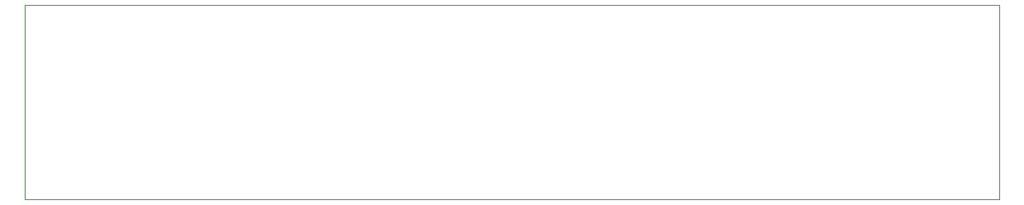
<source format=gm1>
%TF.GenerationSoftware,KiCad,Pcbnew,9.0.2*%
%TF.CreationDate,2025-05-22T15:05:22+08:00*%
%TF.ProjectId,tsubaki_lite,74737562-616b-4695-9f6c-6974652e6b69,2025.4*%
%TF.SameCoordinates,Original*%
%TF.FileFunction,Profile,NP*%
%FSLAX46Y46*%
G04 Gerber Fmt 4.6, Leading zero omitted, Abs format (unit mm)*
G04 Created by KiCad (PCBNEW 9.0.2) date 2025-05-22 15:05:22*
%MOMM*%
%LPD*%
G01*
G04 APERTURE LIST*
%TA.AperFunction,Profile*%
%ADD10C,0.100000*%
%TD*%
G04 APERTURE END LIST*
D10*
X93000000Y-90000000D02*
X193000000Y-90000000D01*
X193000000Y-110000000D01*
X93000000Y-110000000D01*
X93000000Y-90000000D01*
M02*

</source>
